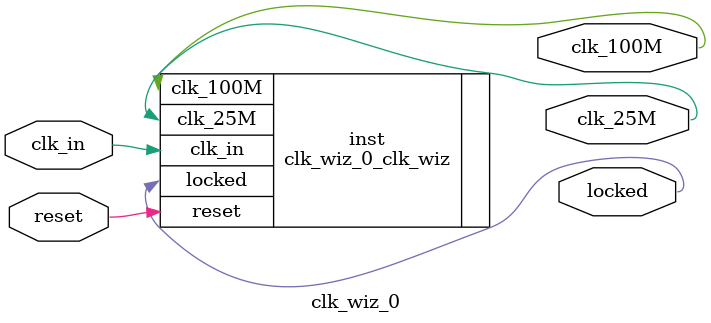
<source format=v>


`timescale 1ps/1ps

(* CORE_GENERATION_INFO = "clk_wiz_0,clk_wiz_v5_3_0,{component_name=clk_wiz_0,use_phase_alignment=true,use_min_o_jitter=false,use_max_i_jitter=false,use_dyn_phase_shift=false,use_inclk_switchover=false,use_dyn_reconfig=false,enable_axi=0,feedback_source=FDBK_AUTO,PRIMITIVE=MMCM,num_out_clk=2,clkin1_period=10.0,clkin2_period=10.0,use_power_down=false,use_reset=true,use_locked=true,use_inclk_stopped=false,feedback_type=SINGLE,CLOCK_MGR_TYPE=NA,manual_override=false}" *)

module clk_wiz_0 
 (
 // Clock in ports
  input         clk_in,
  // Clock out ports
  output        clk_25M,
  output        clk_100M,
  // Status and control signals
  input         reset,
  output        locked
 );

  clk_wiz_0_clk_wiz inst
  (
 // Clock in ports
  .clk_in(clk_in),
  // Clock out ports  
  .clk_25M(clk_25M),
  .clk_100M(clk_100M),
  // Status and control signals               
  .reset(reset), 
  .locked(locked)            
  );

endmodule

</source>
